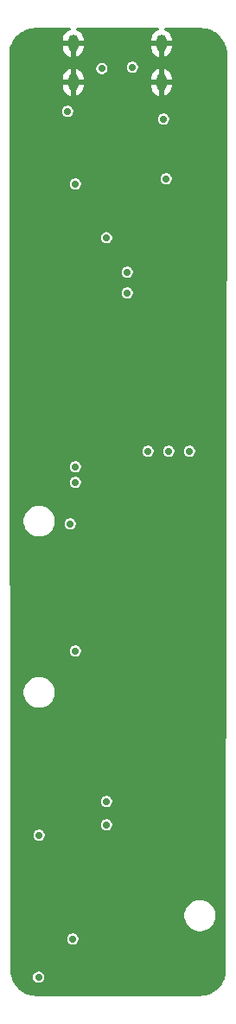
<source format=gbr>
%TF.GenerationSoftware,KiCad,Pcbnew,9.0.3*%
%TF.CreationDate,2025-09-25T22:47:40-04:00*%
%TF.ProjectId,Photon,50686f74-6f6e-42e6-9b69-6361645f7063,1.3*%
%TF.SameCoordinates,Original*%
%TF.FileFunction,Copper,L2,Inr*%
%TF.FilePolarity,Positive*%
%FSLAX46Y46*%
G04 Gerber Fmt 4.6, Leading zero omitted, Abs format (unit mm)*
G04 Created by KiCad (PCBNEW 9.0.3) date 2025-09-25 22:47:40*
%MOMM*%
%LPD*%
G01*
G04 APERTURE LIST*
%TA.AperFunction,HeatsinkPad*%
%ADD10O,1.000000X1.700000*%
%TD*%
%TA.AperFunction,ViaPad*%
%ADD11C,0.700000*%
%TD*%
G04 APERTURE END LIST*
D10*
%TO.N,GND*%
%TO.C,J1*%
X57198800Y-25860000D03*
X57198800Y-22060000D03*
X48558800Y-25860000D03*
X48558800Y-22060000D03*
%TD*%
D11*
%TO.N,GND*%
X46736000Y-81534000D03*
X55626000Y-24526000D03*
X52324000Y-67056000D03*
X61976000Y-56642000D03*
X43434000Y-23114000D03*
X59182000Y-29464000D03*
X56896000Y-74676000D03*
X57658000Y-32004000D03*
X50128800Y-24526000D03*
X43434000Y-24892000D03*
X54864000Y-70104000D03*
X59436000Y-87376000D03*
X52578000Y-64770000D03*
X55372000Y-42863000D03*
X60960000Y-81026000D03*
X57057000Y-112268000D03*
X44196000Y-55880000D03*
X50292000Y-81534000D03*
X46228000Y-55880000D03*
X59944000Y-103886000D03*
X59182000Y-32004000D03*
X43942000Y-64770000D03*
X45466000Y-28956000D03*
%TO.N,PACK+*%
X48006000Y-28702000D03*
X45212000Y-99568000D03*
X57658000Y-35306000D03*
X48768000Y-63500000D03*
%TO.N,+3V3*%
X55880000Y-61976000D03*
X48768000Y-65024000D03*
X57912000Y-61976000D03*
X53848000Y-46482000D03*
X59944000Y-61976000D03*
X48260000Y-69088000D03*
X45149000Y-113475000D03*
X51816000Y-96266000D03*
X51816000Y-98552000D03*
X53848000Y-44450000D03*
X48768000Y-81534000D03*
%TO.N,5V*%
X48768000Y-35814000D03*
X51358800Y-24526000D03*
X54356000Y-24384000D03*
X57404000Y-29464000D03*
X51816000Y-41085000D03*
%TO.N,/Bat_Neg*%
X48514000Y-109728000D03*
%TD*%
%TA.AperFunction,Conductor*%
%TO.N,GND*%
G36*
X48266809Y-20585408D02*
G01*
X48302773Y-20634908D01*
X48302773Y-20696094D01*
X48266809Y-20745594D01*
X48246503Y-20756965D01*
X48085126Y-20823808D01*
X48085114Y-20823814D01*
X47921337Y-20933249D01*
X47921333Y-20933252D01*
X47782052Y-21072533D01*
X47782049Y-21072537D01*
X47672614Y-21236314D01*
X47672608Y-21236326D01*
X47597229Y-21418309D01*
X47597229Y-21418311D01*
X47558800Y-21611506D01*
X47558800Y-21809999D01*
X47558801Y-21810000D01*
X48308800Y-21810000D01*
X48308800Y-22310001D01*
X48308799Y-22310000D01*
X47558801Y-22310000D01*
X47558800Y-22310001D01*
X47558800Y-22508493D01*
X47597229Y-22701688D01*
X47597229Y-22701690D01*
X47672608Y-22883673D01*
X47672614Y-22883685D01*
X47782049Y-23047462D01*
X47782052Y-23047466D01*
X47921333Y-23186747D01*
X47921337Y-23186750D01*
X48085114Y-23296185D01*
X48085126Y-23296191D01*
X48267104Y-23371568D01*
X48267115Y-23371571D01*
X48308800Y-23379862D01*
X48308800Y-22459728D01*
X48346860Y-22551614D01*
X48417186Y-22621940D01*
X48509072Y-22660000D01*
X48608528Y-22660000D01*
X48700414Y-22621940D01*
X48770740Y-22551614D01*
X48808800Y-22459728D01*
X48808800Y-23379861D01*
X48850484Y-23371571D01*
X48850495Y-23371568D01*
X49032473Y-23296191D01*
X49032485Y-23296185D01*
X49196262Y-23186750D01*
X49196266Y-23186747D01*
X49335547Y-23047466D01*
X49335550Y-23047462D01*
X49444985Y-22883685D01*
X49444991Y-22883673D01*
X49520370Y-22701690D01*
X49520370Y-22701688D01*
X49558799Y-22508493D01*
X49558800Y-22508490D01*
X49558800Y-22310001D01*
X49558799Y-22310000D01*
X48808801Y-22310000D01*
X48808800Y-22310001D01*
X48808800Y-21810000D01*
X49558799Y-21810000D01*
X49558800Y-21809999D01*
X49558800Y-21611509D01*
X49558799Y-21611506D01*
X49520370Y-21418311D01*
X49520370Y-21418309D01*
X49444991Y-21236326D01*
X49444985Y-21236314D01*
X49335550Y-21072537D01*
X49335547Y-21072533D01*
X49196266Y-20933252D01*
X49196262Y-20933249D01*
X49032485Y-20823814D01*
X49032473Y-20823808D01*
X48871097Y-20756965D01*
X48824571Y-20717229D01*
X48810287Y-20657734D01*
X48833702Y-20601206D01*
X48885871Y-20569236D01*
X48908982Y-20566501D01*
X56848618Y-20566501D01*
X56906809Y-20585408D01*
X56942773Y-20634908D01*
X56942773Y-20696094D01*
X56906809Y-20745594D01*
X56886503Y-20756965D01*
X56725126Y-20823808D01*
X56725114Y-20823814D01*
X56561337Y-20933249D01*
X56561333Y-20933252D01*
X56422052Y-21072533D01*
X56422049Y-21072537D01*
X56312614Y-21236314D01*
X56312608Y-21236326D01*
X56237229Y-21418309D01*
X56237229Y-21418311D01*
X56198800Y-21611506D01*
X56198800Y-21809999D01*
X56198801Y-21810000D01*
X56948800Y-21810000D01*
X56948800Y-22310001D01*
X56948799Y-22310000D01*
X56198801Y-22310000D01*
X56198800Y-22310001D01*
X56198800Y-22508493D01*
X56237229Y-22701688D01*
X56237229Y-22701690D01*
X56312608Y-22883673D01*
X56312614Y-22883685D01*
X56422049Y-23047462D01*
X56422052Y-23047466D01*
X56561333Y-23186747D01*
X56561337Y-23186750D01*
X56725114Y-23296185D01*
X56725126Y-23296191D01*
X56907104Y-23371568D01*
X56907115Y-23371571D01*
X56948800Y-23379862D01*
X56948800Y-22459728D01*
X56986860Y-22551614D01*
X57057186Y-22621940D01*
X57149072Y-22660000D01*
X57248528Y-22660000D01*
X57340414Y-22621940D01*
X57410740Y-22551614D01*
X57448800Y-22459728D01*
X57448800Y-23379861D01*
X57490484Y-23371571D01*
X57490495Y-23371568D01*
X57672473Y-23296191D01*
X57672485Y-23296185D01*
X57836262Y-23186750D01*
X57836266Y-23186747D01*
X57975547Y-23047466D01*
X57975550Y-23047462D01*
X58084985Y-22883685D01*
X58084991Y-22883673D01*
X58160370Y-22701690D01*
X58160370Y-22701688D01*
X58198799Y-22508493D01*
X58198800Y-22508490D01*
X58198800Y-22310001D01*
X58198799Y-22310000D01*
X57448801Y-22310000D01*
X57448800Y-22310001D01*
X57448800Y-21810000D01*
X58198799Y-21810000D01*
X58198800Y-21809999D01*
X58198800Y-21611509D01*
X58198799Y-21611506D01*
X58160370Y-21418311D01*
X58160370Y-21418309D01*
X58084991Y-21236326D01*
X58084985Y-21236314D01*
X57975550Y-21072537D01*
X57975547Y-21072533D01*
X57836266Y-20933252D01*
X57836262Y-20933249D01*
X57672485Y-20823814D01*
X57672473Y-20823808D01*
X57511097Y-20756965D01*
X57464571Y-20717229D01*
X57450287Y-20657734D01*
X57473702Y-20601206D01*
X57525871Y-20569236D01*
X57548982Y-20566501D01*
X61087975Y-20566501D01*
X61093527Y-20566657D01*
X61370408Y-20582210D01*
X61381439Y-20583453D01*
X61652120Y-20629446D01*
X61662928Y-20631912D01*
X61926786Y-20707932D01*
X61937235Y-20711588D01*
X62190905Y-20816665D01*
X62200899Y-20821478D01*
X62441146Y-20954260D01*
X62441206Y-20954293D01*
X62450603Y-20960198D01*
X62674524Y-21119081D01*
X62683195Y-21125996D01*
X62887928Y-21308959D01*
X62895762Y-21316793D01*
X62986481Y-21418309D01*
X63078719Y-21521525D01*
X63085641Y-21530205D01*
X63244520Y-21754126D01*
X63250426Y-21763526D01*
X63383233Y-22003824D01*
X63388050Y-22013827D01*
X63493115Y-22267480D01*
X63496782Y-22277958D01*
X63549149Y-22459728D01*
X63563197Y-22508490D01*
X63572792Y-22541793D01*
X63575262Y-22552617D01*
X63621250Y-22823291D01*
X63622493Y-22834323D01*
X63638039Y-23111148D01*
X63638195Y-23116843D01*
X63507604Y-112703004D01*
X63507604Y-112703006D01*
X63507594Y-112709754D01*
X63507500Y-112710108D01*
X63507500Y-112773355D01*
X63507495Y-112773368D01*
X63507344Y-112778760D01*
X63491793Y-113055679D01*
X63490550Y-113066711D01*
X63444561Y-113337386D01*
X63442091Y-113348210D01*
X63366081Y-113612045D01*
X63362414Y-113622524D01*
X63257344Y-113876184D01*
X63252527Y-113886186D01*
X63119719Y-114126485D01*
X63113812Y-114135886D01*
X62954933Y-114359804D01*
X62948012Y-114368483D01*
X62765060Y-114573209D01*
X62757209Y-114581060D01*
X62552483Y-114764012D01*
X62543804Y-114770933D01*
X62319886Y-114929812D01*
X62310485Y-114935719D01*
X62070186Y-115068527D01*
X62060184Y-115073344D01*
X61806524Y-115178414D01*
X61796045Y-115182081D01*
X61532210Y-115258091D01*
X61521386Y-115260561D01*
X61250711Y-115306550D01*
X61239679Y-115307793D01*
X60962778Y-115323344D01*
X60957227Y-115323500D01*
X44960773Y-115323500D01*
X44955222Y-115323344D01*
X44678320Y-115307793D01*
X44667288Y-115306550D01*
X44396613Y-115260561D01*
X44385789Y-115258091D01*
X44121954Y-115182081D01*
X44111475Y-115178414D01*
X43857815Y-115073344D01*
X43847813Y-115068527D01*
X43607514Y-114935719D01*
X43598113Y-114929812D01*
X43374195Y-114770933D01*
X43365516Y-114764012D01*
X43270270Y-114678896D01*
X43160782Y-114581052D01*
X43152947Y-114573217D01*
X43042381Y-114449493D01*
X42969987Y-114368483D01*
X42963066Y-114359804D01*
X42804187Y-114135886D01*
X42798280Y-114126485D01*
X42665472Y-113886186D01*
X42660655Y-113876184D01*
X42555585Y-113622524D01*
X42551918Y-113612045D01*
X42491556Y-113402525D01*
X44598500Y-113402525D01*
X44598500Y-113547474D01*
X44636017Y-113687489D01*
X44708487Y-113813010D01*
X44708489Y-113813012D01*
X44708491Y-113813015D01*
X44810985Y-113915509D01*
X44810987Y-113915510D01*
X44810989Y-113915512D01*
X44936511Y-113987982D01*
X44936512Y-113987982D01*
X44936515Y-113987984D01*
X45076525Y-114025500D01*
X45076526Y-114025500D01*
X45221474Y-114025500D01*
X45221475Y-114025500D01*
X45361485Y-113987984D01*
X45361487Y-113987982D01*
X45361489Y-113987982D01*
X45487010Y-113915512D01*
X45487010Y-113915511D01*
X45487015Y-113915509D01*
X45589509Y-113813015D01*
X45661984Y-113687485D01*
X45699500Y-113547475D01*
X45699500Y-113402525D01*
X45661984Y-113262515D01*
X45661982Y-113262512D01*
X45661982Y-113262510D01*
X45589512Y-113136989D01*
X45589510Y-113136987D01*
X45589509Y-113136985D01*
X45487015Y-113034491D01*
X45487012Y-113034489D01*
X45487010Y-113034487D01*
X45361488Y-112962017D01*
X45361489Y-112962017D01*
X45331896Y-112954087D01*
X45221475Y-112924500D01*
X45076525Y-112924500D01*
X45014790Y-112941041D01*
X44936510Y-112962017D01*
X44810989Y-113034487D01*
X44708487Y-113136989D01*
X44636017Y-113262510D01*
X44598500Y-113402525D01*
X42491556Y-113402525D01*
X42475905Y-113348199D01*
X42473441Y-113337401D01*
X42427448Y-113066706D01*
X42426206Y-113055679D01*
X42410656Y-112778778D01*
X42410500Y-112773376D01*
X42410500Y-112773355D01*
X42410500Y-112710108D01*
X42410404Y-112709751D01*
X42405951Y-109655525D01*
X47963500Y-109655525D01*
X47963500Y-109800474D01*
X48001017Y-109940489D01*
X48073487Y-110066010D01*
X48073489Y-110066012D01*
X48073491Y-110066015D01*
X48175985Y-110168509D01*
X48175987Y-110168510D01*
X48175989Y-110168512D01*
X48301511Y-110240982D01*
X48301512Y-110240982D01*
X48301515Y-110240984D01*
X48441525Y-110278500D01*
X48441526Y-110278500D01*
X48586474Y-110278500D01*
X48586475Y-110278500D01*
X48726485Y-110240984D01*
X48726487Y-110240982D01*
X48726489Y-110240982D01*
X48852010Y-110168512D01*
X48852010Y-110168511D01*
X48852015Y-110168509D01*
X48954509Y-110066015D01*
X49026984Y-109940485D01*
X49064500Y-109800475D01*
X49064500Y-109655525D01*
X49026984Y-109515515D01*
X49026982Y-109515512D01*
X49026982Y-109515510D01*
X48954512Y-109389989D01*
X48954510Y-109389987D01*
X48954509Y-109389985D01*
X48852015Y-109287491D01*
X48852012Y-109287489D01*
X48852010Y-109287487D01*
X48726488Y-109215017D01*
X48726489Y-109215017D01*
X48696896Y-109207087D01*
X48586475Y-109177500D01*
X48441525Y-109177500D01*
X48379790Y-109194041D01*
X48301510Y-109215017D01*
X48175989Y-109287487D01*
X48073487Y-109389989D01*
X48001017Y-109515510D01*
X47963500Y-109655525D01*
X42405951Y-109655525D01*
X42402549Y-107322212D01*
X59437995Y-107322212D01*
X59437995Y-107561787D01*
X59475470Y-107798399D01*
X59475472Y-107798404D01*
X59549503Y-108026247D01*
X59658265Y-108239704D01*
X59799080Y-108433519D01*
X59968481Y-108602920D01*
X60162296Y-108743735D01*
X60375753Y-108852497D01*
X60603596Y-108926528D01*
X60603597Y-108926528D01*
X60603600Y-108926529D01*
X60840213Y-108964005D01*
X60840216Y-108964005D01*
X61079787Y-108964005D01*
X61316399Y-108926529D01*
X61316400Y-108926528D01*
X61316404Y-108926528D01*
X61544247Y-108852497D01*
X61757704Y-108743735D01*
X61951519Y-108602920D01*
X62120920Y-108433519D01*
X62261735Y-108239704D01*
X62370497Y-108026247D01*
X62444528Y-107798404D01*
X62444529Y-107798399D01*
X62482005Y-107561787D01*
X62482005Y-107322212D01*
X62444529Y-107085600D01*
X62426028Y-107028659D01*
X62370497Y-106857753D01*
X62261735Y-106644296D01*
X62120920Y-106450481D01*
X61951519Y-106281080D01*
X61757704Y-106140265D01*
X61757703Y-106140264D01*
X61757701Y-106140263D01*
X61544247Y-106031503D01*
X61316399Y-105957470D01*
X61079787Y-105919995D01*
X61079784Y-105919995D01*
X60840216Y-105919995D01*
X60840213Y-105919995D01*
X60603600Y-105957470D01*
X60375752Y-106031503D01*
X60162298Y-106140263D01*
X59968482Y-106281079D01*
X59799079Y-106450482D01*
X59658263Y-106644298D01*
X59549503Y-106857752D01*
X59475470Y-107085600D01*
X59437995Y-107322212D01*
X42402549Y-107322212D01*
X42391136Y-99495525D01*
X44661500Y-99495525D01*
X44661500Y-99640474D01*
X44699017Y-99780489D01*
X44771487Y-99906010D01*
X44771489Y-99906012D01*
X44771491Y-99906015D01*
X44873985Y-100008509D01*
X44873987Y-100008510D01*
X44873989Y-100008512D01*
X44999511Y-100080982D01*
X44999512Y-100080982D01*
X44999515Y-100080984D01*
X45139525Y-100118500D01*
X45139526Y-100118500D01*
X45284474Y-100118500D01*
X45284475Y-100118500D01*
X45424485Y-100080984D01*
X45424487Y-100080982D01*
X45424489Y-100080982D01*
X45550010Y-100008512D01*
X45550010Y-100008511D01*
X45550015Y-100008509D01*
X45652509Y-99906015D01*
X45724984Y-99780485D01*
X45762500Y-99640475D01*
X45762500Y-99495525D01*
X45724984Y-99355515D01*
X45724982Y-99355512D01*
X45724982Y-99355510D01*
X45652512Y-99229989D01*
X45652510Y-99229987D01*
X45652509Y-99229985D01*
X45550015Y-99127491D01*
X45550012Y-99127489D01*
X45550010Y-99127487D01*
X45424488Y-99055017D01*
X45424489Y-99055017D01*
X45394896Y-99047087D01*
X45284475Y-99017500D01*
X45139525Y-99017500D01*
X45077790Y-99034041D01*
X44999510Y-99055017D01*
X44873989Y-99127487D01*
X44771487Y-99229989D01*
X44699017Y-99355510D01*
X44661500Y-99495525D01*
X42391136Y-99495525D01*
X42389654Y-98479525D01*
X51265500Y-98479525D01*
X51265500Y-98624474D01*
X51303017Y-98764489D01*
X51375487Y-98890010D01*
X51375489Y-98890012D01*
X51375491Y-98890015D01*
X51477985Y-98992509D01*
X51477987Y-98992510D01*
X51477989Y-98992512D01*
X51603511Y-99064982D01*
X51603512Y-99064982D01*
X51603515Y-99064984D01*
X51743525Y-99102500D01*
X51743526Y-99102500D01*
X51888474Y-99102500D01*
X51888475Y-99102500D01*
X52028485Y-99064984D01*
X52028487Y-99064982D01*
X52028489Y-99064982D01*
X52154010Y-98992512D01*
X52154010Y-98992511D01*
X52154015Y-98992509D01*
X52256509Y-98890015D01*
X52328984Y-98764485D01*
X52366500Y-98624475D01*
X52366500Y-98479525D01*
X52328984Y-98339515D01*
X52328982Y-98339512D01*
X52328982Y-98339510D01*
X52256512Y-98213989D01*
X52256510Y-98213987D01*
X52256509Y-98213985D01*
X52154015Y-98111491D01*
X52154012Y-98111489D01*
X52154010Y-98111487D01*
X52028488Y-98039017D01*
X52028489Y-98039017D01*
X51998896Y-98031087D01*
X51888475Y-98001500D01*
X51743525Y-98001500D01*
X51681790Y-98018041D01*
X51603510Y-98039017D01*
X51477989Y-98111487D01*
X51375487Y-98213989D01*
X51303017Y-98339510D01*
X51265500Y-98479525D01*
X42389654Y-98479525D01*
X42386321Y-96193525D01*
X51265500Y-96193525D01*
X51265500Y-96338474D01*
X51303017Y-96478489D01*
X51375487Y-96604010D01*
X51375489Y-96604012D01*
X51375491Y-96604015D01*
X51477985Y-96706509D01*
X51477987Y-96706510D01*
X51477989Y-96706512D01*
X51603511Y-96778982D01*
X51603512Y-96778982D01*
X51603515Y-96778984D01*
X51743525Y-96816500D01*
X51743526Y-96816500D01*
X51888474Y-96816500D01*
X51888475Y-96816500D01*
X52028485Y-96778984D01*
X52028487Y-96778982D01*
X52028489Y-96778982D01*
X52154010Y-96706512D01*
X52154010Y-96706511D01*
X52154015Y-96706509D01*
X52256509Y-96604015D01*
X52328984Y-96478485D01*
X52366500Y-96338475D01*
X52366500Y-96193525D01*
X52328984Y-96053515D01*
X52328982Y-96053512D01*
X52328982Y-96053510D01*
X52256512Y-95927989D01*
X52256510Y-95927987D01*
X52256509Y-95927985D01*
X52154015Y-95825491D01*
X52154012Y-95825489D01*
X52154010Y-95825487D01*
X52028488Y-95753017D01*
X52028489Y-95753017D01*
X51998896Y-95745087D01*
X51888475Y-95715500D01*
X51743525Y-95715500D01*
X51681790Y-95732041D01*
X51603510Y-95753017D01*
X51477989Y-95825487D01*
X51375487Y-95927989D01*
X51303017Y-96053510D01*
X51265500Y-96193525D01*
X42386321Y-96193525D01*
X42370697Y-85478645D01*
X43695500Y-85478645D01*
X43695500Y-85717354D01*
X43732840Y-85953110D01*
X43732842Y-85953115D01*
X43806605Y-86180134D01*
X43914973Y-86392819D01*
X44055279Y-86585933D01*
X44224067Y-86754721D01*
X44417181Y-86895027D01*
X44629866Y-87003395D01*
X44856885Y-87077158D01*
X44856886Y-87077158D01*
X44856889Y-87077159D01*
X45092646Y-87114500D01*
X45092649Y-87114500D01*
X45331354Y-87114500D01*
X45567110Y-87077159D01*
X45567111Y-87077158D01*
X45567115Y-87077158D01*
X45794134Y-87003395D01*
X46006819Y-86895027D01*
X46199933Y-86754721D01*
X46368721Y-86585933D01*
X46509027Y-86392819D01*
X46617395Y-86180134D01*
X46691158Y-85953115D01*
X46697699Y-85911817D01*
X46728500Y-85717354D01*
X46728500Y-85478645D01*
X46691159Y-85242889D01*
X46673658Y-85189026D01*
X46617395Y-85015866D01*
X46509027Y-84803181D01*
X46368721Y-84610067D01*
X46199933Y-84441279D01*
X46006819Y-84300973D01*
X46006818Y-84300972D01*
X46006816Y-84300971D01*
X45794134Y-84192605D01*
X45567110Y-84118840D01*
X45331354Y-84081500D01*
X45331351Y-84081500D01*
X45092649Y-84081500D01*
X45092646Y-84081500D01*
X44856889Y-84118840D01*
X44629865Y-84192605D01*
X44417183Y-84300971D01*
X44224068Y-84441278D01*
X44055278Y-84610068D01*
X43914971Y-84803183D01*
X43806605Y-85015865D01*
X43732840Y-85242889D01*
X43695500Y-85478645D01*
X42370697Y-85478645D01*
X42364839Y-81461525D01*
X48217500Y-81461525D01*
X48217500Y-81606474D01*
X48255017Y-81746489D01*
X48327487Y-81872010D01*
X48327489Y-81872012D01*
X48327491Y-81872015D01*
X48429985Y-81974509D01*
X48429987Y-81974510D01*
X48429989Y-81974512D01*
X48555511Y-82046982D01*
X48555512Y-82046982D01*
X48555515Y-82046984D01*
X48695525Y-82084500D01*
X48695526Y-82084500D01*
X48840474Y-82084500D01*
X48840475Y-82084500D01*
X48980485Y-82046984D01*
X48980487Y-82046982D01*
X48980489Y-82046982D01*
X49106010Y-81974512D01*
X49106010Y-81974511D01*
X49106015Y-81974509D01*
X49208509Y-81872015D01*
X49280984Y-81746485D01*
X49318500Y-81606475D01*
X49318500Y-81461525D01*
X49280984Y-81321515D01*
X49280982Y-81321512D01*
X49280982Y-81321510D01*
X49208512Y-81195989D01*
X49208510Y-81195987D01*
X49208509Y-81195985D01*
X49106015Y-81093491D01*
X49106012Y-81093489D01*
X49106010Y-81093487D01*
X48980488Y-81021017D01*
X48980489Y-81021017D01*
X48950896Y-81013087D01*
X48840475Y-80983500D01*
X48695525Y-80983500D01*
X48633790Y-81000041D01*
X48555510Y-81021017D01*
X48429989Y-81093487D01*
X48327487Y-81195989D01*
X48255017Y-81321510D01*
X48217500Y-81461525D01*
X42364839Y-81461525D01*
X42346252Y-68714645D01*
X43695500Y-68714645D01*
X43695500Y-68953354D01*
X43732840Y-69189110D01*
X43806605Y-69416134D01*
X43863862Y-69528509D01*
X43914973Y-69628819D01*
X44055279Y-69821933D01*
X44224067Y-69990721D01*
X44417181Y-70131027D01*
X44629866Y-70239395D01*
X44856885Y-70313158D01*
X44856886Y-70313158D01*
X44856889Y-70313159D01*
X45092646Y-70350500D01*
X45092649Y-70350500D01*
X45331354Y-70350500D01*
X45567110Y-70313159D01*
X45567111Y-70313158D01*
X45567115Y-70313158D01*
X45794134Y-70239395D01*
X46006819Y-70131027D01*
X46199933Y-69990721D01*
X46368721Y-69821933D01*
X46509027Y-69628819D01*
X46617395Y-69416134D01*
X46691158Y-69189115D01*
X46691159Y-69189110D01*
X46718653Y-69015525D01*
X47709500Y-69015525D01*
X47709500Y-69160474D01*
X47747017Y-69300489D01*
X47819487Y-69426010D01*
X47819489Y-69426012D01*
X47819491Y-69426015D01*
X47921985Y-69528509D01*
X47921987Y-69528510D01*
X47921989Y-69528512D01*
X48047511Y-69600982D01*
X48047512Y-69600982D01*
X48047515Y-69600984D01*
X48187525Y-69638500D01*
X48187526Y-69638500D01*
X48332474Y-69638500D01*
X48332475Y-69638500D01*
X48472485Y-69600984D01*
X48472487Y-69600982D01*
X48472489Y-69600982D01*
X48598010Y-69528512D01*
X48598010Y-69528511D01*
X48598015Y-69528509D01*
X48700509Y-69426015D01*
X48747231Y-69345090D01*
X48772982Y-69300489D01*
X48772982Y-69300487D01*
X48772984Y-69300485D01*
X48810500Y-69160475D01*
X48810500Y-69015525D01*
X48772984Y-68875515D01*
X48772982Y-68875512D01*
X48772982Y-68875510D01*
X48700512Y-68749989D01*
X48700510Y-68749987D01*
X48700509Y-68749985D01*
X48598015Y-68647491D01*
X48598012Y-68647489D01*
X48598010Y-68647487D01*
X48472488Y-68575017D01*
X48472489Y-68575017D01*
X48442896Y-68567087D01*
X48332475Y-68537500D01*
X48187525Y-68537500D01*
X48125790Y-68554041D01*
X48047510Y-68575017D01*
X47921989Y-68647487D01*
X47819487Y-68749989D01*
X47747017Y-68875510D01*
X47709500Y-69015525D01*
X46718653Y-69015525D01*
X46722134Y-68993549D01*
X46722134Y-68993548D01*
X46728500Y-68953355D01*
X46728500Y-68714645D01*
X46691159Y-68478889D01*
X46673658Y-68425026D01*
X46617395Y-68251866D01*
X46509027Y-68039181D01*
X46368721Y-67846067D01*
X46199933Y-67677279D01*
X46006819Y-67536973D01*
X46006818Y-67536972D01*
X46006816Y-67536971D01*
X45794134Y-67428605D01*
X45567110Y-67354840D01*
X45331354Y-67317500D01*
X45331351Y-67317500D01*
X45092649Y-67317500D01*
X45092646Y-67317500D01*
X44856889Y-67354840D01*
X44629865Y-67428605D01*
X44417183Y-67536971D01*
X44224068Y-67677278D01*
X44055278Y-67846068D01*
X43914971Y-68039183D01*
X43806605Y-68251865D01*
X43732840Y-68478889D01*
X43695500Y-68714645D01*
X42346252Y-68714645D01*
X42340765Y-64951525D01*
X48217500Y-64951525D01*
X48217500Y-65096474D01*
X48255017Y-65236489D01*
X48327487Y-65362010D01*
X48327489Y-65362012D01*
X48327491Y-65362015D01*
X48429985Y-65464509D01*
X48429987Y-65464510D01*
X48429989Y-65464512D01*
X48555511Y-65536982D01*
X48555512Y-65536982D01*
X48555515Y-65536984D01*
X48695525Y-65574500D01*
X48695526Y-65574500D01*
X48840474Y-65574500D01*
X48840475Y-65574500D01*
X48980485Y-65536984D01*
X48980487Y-65536982D01*
X48980489Y-65536982D01*
X49106010Y-65464512D01*
X49106010Y-65464511D01*
X49106015Y-65464509D01*
X49208509Y-65362015D01*
X49280984Y-65236485D01*
X49318500Y-65096475D01*
X49318500Y-64951525D01*
X49280984Y-64811515D01*
X49280982Y-64811512D01*
X49280982Y-64811510D01*
X49208512Y-64685989D01*
X49208510Y-64685987D01*
X49208509Y-64685985D01*
X49106015Y-64583491D01*
X49106012Y-64583489D01*
X49106010Y-64583487D01*
X48980488Y-64511017D01*
X48980489Y-64511017D01*
X48950896Y-64503087D01*
X48840475Y-64473500D01*
X48695525Y-64473500D01*
X48633790Y-64490041D01*
X48555510Y-64511017D01*
X48429989Y-64583487D01*
X48327487Y-64685989D01*
X48255017Y-64811510D01*
X48217500Y-64951525D01*
X42340765Y-64951525D01*
X42338543Y-63427525D01*
X48217500Y-63427525D01*
X48217500Y-63572474D01*
X48255017Y-63712489D01*
X48327487Y-63838010D01*
X48327489Y-63838012D01*
X48327491Y-63838015D01*
X48429985Y-63940509D01*
X48429987Y-63940510D01*
X48429989Y-63940512D01*
X48555511Y-64012982D01*
X48555512Y-64012982D01*
X48555515Y-64012984D01*
X48695525Y-64050500D01*
X48695526Y-64050500D01*
X48840474Y-64050500D01*
X48840475Y-64050500D01*
X48980485Y-64012984D01*
X48980487Y-64012982D01*
X48980489Y-64012982D01*
X49106010Y-63940512D01*
X49106010Y-63940511D01*
X49106015Y-63940509D01*
X49208509Y-63838015D01*
X49280984Y-63712485D01*
X49318500Y-63572475D01*
X49318500Y-63427525D01*
X49280984Y-63287515D01*
X49280982Y-63287512D01*
X49280982Y-63287510D01*
X49208512Y-63161989D01*
X49208510Y-63161987D01*
X49208509Y-63161985D01*
X49106015Y-63059491D01*
X49106012Y-63059489D01*
X49106010Y-63059487D01*
X48980488Y-62987017D01*
X48980489Y-62987017D01*
X48950896Y-62979087D01*
X48840475Y-62949500D01*
X48695525Y-62949500D01*
X48633790Y-62966041D01*
X48555510Y-62987017D01*
X48429989Y-63059487D01*
X48327487Y-63161989D01*
X48255017Y-63287510D01*
X48217500Y-63427525D01*
X42338543Y-63427525D01*
X42336321Y-61903525D01*
X55329500Y-61903525D01*
X55329500Y-62048474D01*
X55367017Y-62188489D01*
X55439487Y-62314010D01*
X55439489Y-62314012D01*
X55439491Y-62314015D01*
X55541985Y-62416509D01*
X55541987Y-62416510D01*
X55541989Y-62416512D01*
X55667511Y-62488982D01*
X55667512Y-62488982D01*
X55667515Y-62488984D01*
X55807525Y-62526500D01*
X55807526Y-62526500D01*
X55952474Y-62526500D01*
X55952475Y-62526500D01*
X56092485Y-62488984D01*
X56092487Y-62488982D01*
X56092489Y-62488982D01*
X56218010Y-62416512D01*
X56218010Y-62416511D01*
X56218015Y-62416509D01*
X56320509Y-62314015D01*
X56392984Y-62188485D01*
X56430500Y-62048475D01*
X56430500Y-61903525D01*
X57361500Y-61903525D01*
X57361500Y-62048474D01*
X57399017Y-62188489D01*
X57471487Y-62314010D01*
X57471489Y-62314012D01*
X57471491Y-62314015D01*
X57573985Y-62416509D01*
X57573987Y-62416510D01*
X57573989Y-62416512D01*
X57699511Y-62488982D01*
X57699512Y-62488982D01*
X57699515Y-62488984D01*
X57839525Y-62526500D01*
X57839526Y-62526500D01*
X57984474Y-62526500D01*
X57984475Y-62526500D01*
X58124485Y-62488984D01*
X58124487Y-62488982D01*
X58124489Y-62488982D01*
X58250010Y-62416512D01*
X58250010Y-62416511D01*
X58250015Y-62416509D01*
X58352509Y-62314015D01*
X58424984Y-62188485D01*
X58462500Y-62048475D01*
X58462500Y-61903525D01*
X59393500Y-61903525D01*
X59393500Y-62048474D01*
X59431017Y-62188489D01*
X59503487Y-62314010D01*
X59503489Y-62314012D01*
X59503491Y-62314015D01*
X59605985Y-62416509D01*
X59605987Y-62416510D01*
X59605989Y-62416512D01*
X59731511Y-62488982D01*
X59731512Y-62488982D01*
X59731515Y-62488984D01*
X59871525Y-62526500D01*
X59871526Y-62526500D01*
X60016474Y-62526500D01*
X60016475Y-62526500D01*
X60156485Y-62488984D01*
X60156487Y-62488982D01*
X60156489Y-62488982D01*
X60282010Y-62416512D01*
X60282010Y-62416511D01*
X60282015Y-62416509D01*
X60384509Y-62314015D01*
X60456984Y-62188485D01*
X60494500Y-62048475D01*
X60494500Y-61903525D01*
X60456984Y-61763515D01*
X60456982Y-61763512D01*
X60456982Y-61763510D01*
X60384512Y-61637989D01*
X60384510Y-61637987D01*
X60384509Y-61637985D01*
X60282015Y-61535491D01*
X60282012Y-61535489D01*
X60282010Y-61535487D01*
X60156488Y-61463017D01*
X60156489Y-61463017D01*
X60126896Y-61455087D01*
X60016475Y-61425500D01*
X59871525Y-61425500D01*
X59809790Y-61442041D01*
X59731510Y-61463017D01*
X59605989Y-61535487D01*
X59503487Y-61637989D01*
X59431017Y-61763510D01*
X59393500Y-61903525D01*
X58462500Y-61903525D01*
X58424984Y-61763515D01*
X58424982Y-61763512D01*
X58424982Y-61763510D01*
X58352512Y-61637989D01*
X58352510Y-61637987D01*
X58352509Y-61637985D01*
X58250015Y-61535491D01*
X58250012Y-61535489D01*
X58250010Y-61535487D01*
X58124488Y-61463017D01*
X58124489Y-61463017D01*
X58094896Y-61455087D01*
X57984475Y-61425500D01*
X57839525Y-61425500D01*
X57777790Y-61442041D01*
X57699510Y-61463017D01*
X57573989Y-61535487D01*
X57471487Y-61637989D01*
X57399017Y-61763510D01*
X57361500Y-61903525D01*
X56430500Y-61903525D01*
X56392984Y-61763515D01*
X56392982Y-61763512D01*
X56392982Y-61763510D01*
X56320512Y-61637989D01*
X56320510Y-61637987D01*
X56320509Y-61637985D01*
X56218015Y-61535491D01*
X56218012Y-61535489D01*
X56218010Y-61535487D01*
X56092488Y-61463017D01*
X56092489Y-61463017D01*
X56062896Y-61455087D01*
X55952475Y-61425500D01*
X55807525Y-61425500D01*
X55745790Y-61442041D01*
X55667510Y-61463017D01*
X55541989Y-61535487D01*
X55439487Y-61637989D01*
X55367017Y-61763510D01*
X55329500Y-61903525D01*
X42336321Y-61903525D01*
X42322327Y-52306546D01*
X42313729Y-46409525D01*
X53297500Y-46409525D01*
X53297500Y-46554474D01*
X53335017Y-46694489D01*
X53407487Y-46820010D01*
X53407489Y-46820012D01*
X53407491Y-46820015D01*
X53509985Y-46922509D01*
X53509987Y-46922510D01*
X53509989Y-46922512D01*
X53635511Y-46994982D01*
X53635512Y-46994982D01*
X53635515Y-46994984D01*
X53775525Y-47032500D01*
X53775526Y-47032500D01*
X53920474Y-47032500D01*
X53920475Y-47032500D01*
X54060485Y-46994984D01*
X54060487Y-46994982D01*
X54060489Y-46994982D01*
X54186010Y-46922512D01*
X54186010Y-46922511D01*
X54186015Y-46922509D01*
X54288509Y-46820015D01*
X54360984Y-46694485D01*
X54398500Y-46554475D01*
X54398500Y-46409525D01*
X54360984Y-46269515D01*
X54360982Y-46269512D01*
X54360982Y-46269510D01*
X54288512Y-46143989D01*
X54288510Y-46143987D01*
X54288509Y-46143985D01*
X54186015Y-46041491D01*
X54186012Y-46041489D01*
X54186010Y-46041487D01*
X54060488Y-45969017D01*
X54060489Y-45969017D01*
X54030896Y-45961087D01*
X53920475Y-45931500D01*
X53775525Y-45931500D01*
X53713790Y-45948041D01*
X53635510Y-45969017D01*
X53509989Y-46041487D01*
X53407487Y-46143989D01*
X53335017Y-46269510D01*
X53297500Y-46409525D01*
X42313729Y-46409525D01*
X42313720Y-46403180D01*
X42310766Y-44377525D01*
X53297500Y-44377525D01*
X53297500Y-44522474D01*
X53335017Y-44662489D01*
X53407487Y-44788010D01*
X53407489Y-44788012D01*
X53407491Y-44788015D01*
X53509985Y-44890509D01*
X53509987Y-44890510D01*
X53509989Y-44890512D01*
X53635511Y-44962982D01*
X53635512Y-44962982D01*
X53635515Y-44962984D01*
X53775525Y-45000500D01*
X53775526Y-45000500D01*
X53920474Y-45000500D01*
X53920475Y-45000500D01*
X54060485Y-44962984D01*
X54060487Y-44962982D01*
X54060489Y-44962982D01*
X54186010Y-44890512D01*
X54186010Y-44890511D01*
X54186015Y-44890509D01*
X54288509Y-44788015D01*
X54360984Y-44662485D01*
X54398500Y-44522475D01*
X54398500Y-44377525D01*
X54360984Y-44237515D01*
X54360982Y-44237512D01*
X54360982Y-44237510D01*
X54288512Y-44111989D01*
X54288510Y-44111987D01*
X54288509Y-44111985D01*
X54186015Y-44009491D01*
X54186012Y-44009489D01*
X54186010Y-44009487D01*
X54060488Y-43937017D01*
X54060489Y-43937017D01*
X54030896Y-43929087D01*
X53920475Y-43899500D01*
X53775525Y-43899500D01*
X53713790Y-43916041D01*
X53635510Y-43937017D01*
X53509989Y-44009487D01*
X53407487Y-44111989D01*
X53335017Y-44237510D01*
X53297500Y-44377525D01*
X42310766Y-44377525D01*
X42310757Y-44371180D01*
X42306713Y-41597982D01*
X42305859Y-41012525D01*
X51265500Y-41012525D01*
X51265500Y-41157474D01*
X51303017Y-41297489D01*
X51375487Y-41423010D01*
X51375489Y-41423012D01*
X51375491Y-41423015D01*
X51477985Y-41525509D01*
X51477987Y-41525510D01*
X51477989Y-41525512D01*
X51603511Y-41597982D01*
X51603512Y-41597982D01*
X51603515Y-41597984D01*
X51743525Y-41635500D01*
X51743526Y-41635500D01*
X51888474Y-41635500D01*
X51888475Y-41635500D01*
X52028485Y-41597984D01*
X52028487Y-41597982D01*
X52028489Y-41597982D01*
X52154010Y-41525512D01*
X52154010Y-41525511D01*
X52154015Y-41525509D01*
X52256509Y-41423015D01*
X52328984Y-41297485D01*
X52366500Y-41157475D01*
X52366500Y-41012525D01*
X52328984Y-40872515D01*
X52328982Y-40872512D01*
X52328982Y-40872510D01*
X52256512Y-40746989D01*
X52256510Y-40746987D01*
X52256509Y-40746985D01*
X52154015Y-40644491D01*
X52154012Y-40644489D01*
X52154010Y-40644487D01*
X52028488Y-40572017D01*
X52028489Y-40572017D01*
X51998896Y-40564087D01*
X51888475Y-40534500D01*
X51743525Y-40534500D01*
X51681790Y-40551041D01*
X51603510Y-40572017D01*
X51477989Y-40644487D01*
X51375487Y-40746989D01*
X51303017Y-40872510D01*
X51265500Y-41012525D01*
X42305859Y-41012525D01*
X42298173Y-35741525D01*
X48217500Y-35741525D01*
X48217500Y-35886474D01*
X48255017Y-36026489D01*
X48327487Y-36152010D01*
X48327489Y-36152012D01*
X48327491Y-36152015D01*
X48429985Y-36254509D01*
X48429987Y-36254510D01*
X48429989Y-36254512D01*
X48555511Y-36326982D01*
X48555512Y-36326982D01*
X48555515Y-36326984D01*
X48695525Y-36364500D01*
X48695526Y-36364500D01*
X48840474Y-36364500D01*
X48840475Y-36364500D01*
X48980485Y-36326984D01*
X48980487Y-36326982D01*
X48980489Y-36326982D01*
X49106010Y-36254512D01*
X49106010Y-36254511D01*
X49106015Y-36254509D01*
X49208509Y-36152015D01*
X49280984Y-36026485D01*
X49318500Y-35886475D01*
X49318500Y-35741525D01*
X49280984Y-35601515D01*
X49280982Y-35601512D01*
X49280982Y-35601510D01*
X49208512Y-35475989D01*
X49208510Y-35475987D01*
X49208509Y-35475985D01*
X49106015Y-35373491D01*
X49106012Y-35373489D01*
X49106010Y-35373487D01*
X49000848Y-35312772D01*
X49000847Y-35312772D01*
X48980487Y-35301017D01*
X48980486Y-35301016D01*
X48980485Y-35301016D01*
X48840475Y-35263500D01*
X48695525Y-35263500D01*
X48633790Y-35280041D01*
X48555510Y-35301017D01*
X48429989Y-35373487D01*
X48327487Y-35475989D01*
X48255017Y-35601510D01*
X48217500Y-35741525D01*
X42298173Y-35741525D01*
X42297432Y-35233525D01*
X57107500Y-35233525D01*
X57107500Y-35378474D01*
X57145017Y-35518489D01*
X57217487Y-35644010D01*
X57217489Y-35644012D01*
X57217491Y-35644015D01*
X57319985Y-35746509D01*
X57319987Y-35746510D01*
X57319989Y-35746512D01*
X57445511Y-35818982D01*
X57445512Y-35818982D01*
X57445515Y-35818984D01*
X57585525Y-35856500D01*
X57585526Y-35856500D01*
X57730474Y-35856500D01*
X57730475Y-35856500D01*
X57870485Y-35818984D01*
X57870487Y-35818982D01*
X57870489Y-35818982D01*
X57996010Y-35746512D01*
X57996010Y-35746511D01*
X57996015Y-35746509D01*
X58098509Y-35644015D01*
X58098512Y-35644010D01*
X58170982Y-35518489D01*
X58170982Y-35518487D01*
X58170984Y-35518485D01*
X58208500Y-35378475D01*
X58208500Y-35233525D01*
X58170984Y-35093515D01*
X58170982Y-35093512D01*
X58170982Y-35093510D01*
X58098512Y-34967989D01*
X58098510Y-34967987D01*
X58098509Y-34967985D01*
X57996015Y-34865491D01*
X57996012Y-34865489D01*
X57996010Y-34865487D01*
X57870488Y-34793017D01*
X57870489Y-34793017D01*
X57840896Y-34785087D01*
X57730475Y-34755500D01*
X57585525Y-34755500D01*
X57523790Y-34772041D01*
X57445510Y-34793017D01*
X57319989Y-34865487D01*
X57217487Y-34967989D01*
X57145017Y-35093510D01*
X57107500Y-35233525D01*
X42297432Y-35233525D01*
X42288914Y-29391525D01*
X56853500Y-29391525D01*
X56853500Y-29536474D01*
X56891017Y-29676489D01*
X56963487Y-29802010D01*
X56963489Y-29802012D01*
X56963491Y-29802015D01*
X57065985Y-29904509D01*
X57065987Y-29904510D01*
X57065989Y-29904512D01*
X57191511Y-29976982D01*
X57191512Y-29976982D01*
X57191515Y-29976984D01*
X57331525Y-30014500D01*
X57331526Y-30014500D01*
X57476474Y-30014500D01*
X57476475Y-30014500D01*
X57616485Y-29976984D01*
X57616487Y-29976982D01*
X57616489Y-29976982D01*
X57742010Y-29904512D01*
X57742010Y-29904511D01*
X57742015Y-29904509D01*
X57844509Y-29802015D01*
X57916984Y-29676485D01*
X57954500Y-29536475D01*
X57954500Y-29391525D01*
X57916984Y-29251515D01*
X57916982Y-29251512D01*
X57916982Y-29251510D01*
X57844512Y-29125989D01*
X57844510Y-29125987D01*
X57844509Y-29125985D01*
X57742015Y-29023491D01*
X57742012Y-29023489D01*
X57742010Y-29023487D01*
X57616488Y-28951017D01*
X57616489Y-28951017D01*
X57586896Y-28943087D01*
X57476475Y-28913500D01*
X57331525Y-28913500D01*
X57269790Y-28930041D01*
X57191510Y-28951017D01*
X57065989Y-29023487D01*
X56963487Y-29125989D01*
X56891017Y-29251510D01*
X56853500Y-29391525D01*
X42288914Y-29391525D01*
X42287803Y-28629525D01*
X47455500Y-28629525D01*
X47455500Y-28774474D01*
X47493017Y-28914489D01*
X47565487Y-29040010D01*
X47565489Y-29040012D01*
X47565491Y-29040015D01*
X47667985Y-29142509D01*
X47667987Y-29142510D01*
X47667989Y-29142512D01*
X47793511Y-29214982D01*
X47793512Y-29214982D01*
X47793515Y-29214984D01*
X47933525Y-29252500D01*
X47933526Y-29252500D01*
X48078474Y-29252500D01*
X48078475Y-29252500D01*
X48218485Y-29214984D01*
X48218487Y-29214982D01*
X48218489Y-29214982D01*
X48344010Y-29142512D01*
X48344010Y-29142511D01*
X48344015Y-29142509D01*
X48446509Y-29040015D01*
X48456049Y-29023491D01*
X48518982Y-28914489D01*
X48518982Y-28914487D01*
X48518984Y-28914485D01*
X48556500Y-28774475D01*
X48556500Y-28629525D01*
X48518984Y-28489515D01*
X48518982Y-28489512D01*
X48518982Y-28489510D01*
X48446512Y-28363989D01*
X48446510Y-28363987D01*
X48446509Y-28363985D01*
X48344015Y-28261491D01*
X48344012Y-28261489D01*
X48344010Y-28261487D01*
X48218488Y-28189017D01*
X48218489Y-28189017D01*
X48188896Y-28181087D01*
X48078475Y-28151500D01*
X47933525Y-28151500D01*
X47871790Y-28168041D01*
X47793510Y-28189017D01*
X47667989Y-28261487D01*
X47565487Y-28363989D01*
X47493017Y-28489510D01*
X47455500Y-28629525D01*
X42287803Y-28629525D01*
X42283111Y-25411506D01*
X47558800Y-25411506D01*
X47558800Y-25609999D01*
X47558801Y-25610000D01*
X48308799Y-25610000D01*
X48308800Y-25609999D01*
X48308800Y-26110001D01*
X48308799Y-26110000D01*
X47558801Y-26110000D01*
X47558800Y-26110001D01*
X47558800Y-26308493D01*
X47597229Y-26501688D01*
X47597229Y-26501690D01*
X47672608Y-26683673D01*
X47672614Y-26683685D01*
X47782049Y-26847462D01*
X47782052Y-26847466D01*
X47921333Y-26986747D01*
X47921337Y-26986750D01*
X48085114Y-27096185D01*
X48085126Y-27096191D01*
X48267104Y-27171568D01*
X48267115Y-27171571D01*
X48308800Y-27179862D01*
X48308800Y-26259728D01*
X48346860Y-26351614D01*
X48417186Y-26421940D01*
X48509072Y-26460000D01*
X48608528Y-26460000D01*
X48700414Y-26421940D01*
X48770740Y-26351614D01*
X48808800Y-26259728D01*
X48808800Y-27179861D01*
X48850484Y-27171571D01*
X48850495Y-27171568D01*
X49032473Y-27096191D01*
X49032485Y-27096185D01*
X49196262Y-26986750D01*
X49196266Y-26986747D01*
X49335547Y-26847466D01*
X49335550Y-26847462D01*
X49444985Y-26683685D01*
X49444991Y-26683673D01*
X49520370Y-26501690D01*
X49520370Y-26501688D01*
X49558799Y-26308493D01*
X49558800Y-26308490D01*
X49558800Y-26110001D01*
X49558799Y-26110000D01*
X48808801Y-26110000D01*
X48808800Y-26110001D01*
X48808800Y-25609999D01*
X48808801Y-25610000D01*
X49558799Y-25610000D01*
X49558800Y-25609999D01*
X49558800Y-25411509D01*
X49558799Y-25411506D01*
X56198800Y-25411506D01*
X56198800Y-25609999D01*
X56198801Y-25610000D01*
X56948799Y-25610000D01*
X56948800Y-25609999D01*
X56948800Y-26110001D01*
X56948799Y-26110000D01*
X56198801Y-26110000D01*
X56198800Y-26110001D01*
X56198800Y-26308493D01*
X56237229Y-26501688D01*
X56237229Y-26501690D01*
X56312608Y-26683673D01*
X56312614Y-26683685D01*
X56422049Y-26847462D01*
X56422052Y-26847466D01*
X56561333Y-26986747D01*
X56561337Y-26986750D01*
X56725114Y-27096185D01*
X56725126Y-27096191D01*
X56907104Y-27171568D01*
X56907115Y-27171571D01*
X56948800Y-27179862D01*
X56948800Y-26259728D01*
X56986860Y-26351614D01*
X57057186Y-26421940D01*
X57149072Y-26460000D01*
X57248528Y-26460000D01*
X57340414Y-26421940D01*
X57410740Y-26351614D01*
X57448800Y-26259728D01*
X57448800Y-27179861D01*
X57490484Y-27171571D01*
X57490495Y-27171568D01*
X57672473Y-27096191D01*
X57672485Y-27096185D01*
X57836262Y-26986750D01*
X57836266Y-26986747D01*
X57975547Y-26847466D01*
X57975550Y-26847462D01*
X58084985Y-26683685D01*
X58084991Y-26683673D01*
X58160370Y-26501690D01*
X58160370Y-26501688D01*
X58198799Y-26308493D01*
X58198800Y-26308490D01*
X58198800Y-26110001D01*
X58198799Y-26110000D01*
X57448801Y-26110000D01*
X57448800Y-26110001D01*
X57448800Y-25609999D01*
X57448801Y-25610000D01*
X58198799Y-25610000D01*
X58198800Y-25609999D01*
X58198800Y-25411509D01*
X58198799Y-25411506D01*
X58160370Y-25218311D01*
X58160370Y-25218309D01*
X58084991Y-25036326D01*
X58084985Y-25036314D01*
X57975550Y-24872537D01*
X57975547Y-24872533D01*
X57836266Y-24733252D01*
X57836262Y-24733249D01*
X57672485Y-24623814D01*
X57672473Y-24623808D01*
X57490491Y-24548429D01*
X57448800Y-24540136D01*
X57448800Y-25460272D01*
X57410740Y-25368386D01*
X57340414Y-25298060D01*
X57248528Y-25260000D01*
X57149072Y-25260000D01*
X57057186Y-25298060D01*
X56986860Y-25368386D01*
X56948800Y-25460272D01*
X56948800Y-24540136D01*
X56907108Y-24548429D01*
X56725126Y-24623808D01*
X56725114Y-24623814D01*
X56561337Y-24733249D01*
X56561333Y-24733252D01*
X56422052Y-24872533D01*
X56422049Y-24872537D01*
X56312614Y-25036314D01*
X56312608Y-25036326D01*
X56237229Y-25218309D01*
X56237229Y-25218311D01*
X56198800Y-25411506D01*
X49558799Y-25411506D01*
X49520370Y-25218311D01*
X49520370Y-25218309D01*
X49444991Y-25036326D01*
X49444985Y-25036314D01*
X49335550Y-24872537D01*
X49335547Y-24872533D01*
X49196266Y-24733252D01*
X49196262Y-24733249D01*
X49032485Y-24623814D01*
X49032473Y-24623808D01*
X48853471Y-24549663D01*
X48808800Y-24564598D01*
X48808800Y-25460272D01*
X48770740Y-25368386D01*
X48700414Y-25298060D01*
X48608528Y-25260000D01*
X48509072Y-25260000D01*
X48417186Y-25298060D01*
X48346860Y-25368386D01*
X48308800Y-25460272D01*
X48308800Y-24540136D01*
X48267108Y-24548429D01*
X48085126Y-24623808D01*
X48085114Y-24623814D01*
X47921337Y-24733249D01*
X47921333Y-24733252D01*
X47782052Y-24872533D01*
X47782049Y-24872537D01*
X47672614Y-25036314D01*
X47672608Y-25036326D01*
X47597229Y-25218309D01*
X47597229Y-25218311D01*
X47558800Y-25411506D01*
X42283111Y-25411506D01*
X42281714Y-24453525D01*
X50808300Y-24453525D01*
X50808300Y-24598474D01*
X50845817Y-24738489D01*
X50918287Y-24864010D01*
X50918289Y-24864012D01*
X50918291Y-24864015D01*
X51020785Y-24966509D01*
X51020787Y-24966510D01*
X51020789Y-24966512D01*
X51146311Y-25038982D01*
X51146312Y-25038982D01*
X51146315Y-25038984D01*
X51286325Y-25076500D01*
X51286326Y-25076500D01*
X51431274Y-25076500D01*
X51431275Y-25076500D01*
X51571285Y-25038984D01*
X51571287Y-25038982D01*
X51571289Y-25038982D01*
X51696810Y-24966512D01*
X51696810Y-24966511D01*
X51696815Y-24966509D01*
X51799309Y-24864015D01*
X51871784Y-24738485D01*
X51909300Y-24598475D01*
X51909300Y-24453525D01*
X51871784Y-24313515D01*
X51870635Y-24311525D01*
X53805500Y-24311525D01*
X53805500Y-24456474D01*
X53843017Y-24596489D01*
X53915487Y-24722010D01*
X53915489Y-24722012D01*
X53915491Y-24722015D01*
X54017985Y-24824509D01*
X54017987Y-24824510D01*
X54017989Y-24824512D01*
X54143511Y-24896982D01*
X54143512Y-24896982D01*
X54143515Y-24896984D01*
X54283525Y-24934500D01*
X54283526Y-24934500D01*
X54428474Y-24934500D01*
X54428475Y-24934500D01*
X54568485Y-24896984D01*
X54568487Y-24896982D01*
X54568489Y-24896982D01*
X54694010Y-24824512D01*
X54694010Y-24824511D01*
X54694015Y-24824509D01*
X54796509Y-24722015D01*
X54868984Y-24596485D01*
X54906500Y-24456475D01*
X54906500Y-24311525D01*
X54868984Y-24171515D01*
X54868982Y-24171512D01*
X54868982Y-24171510D01*
X54796512Y-24045989D01*
X54796510Y-24045987D01*
X54796509Y-24045985D01*
X54694015Y-23943491D01*
X54694012Y-23943489D01*
X54694010Y-23943487D01*
X54568488Y-23871017D01*
X54568489Y-23871017D01*
X54538896Y-23863087D01*
X54428475Y-23833500D01*
X54283525Y-23833500D01*
X54221790Y-23850041D01*
X54143510Y-23871017D01*
X54017989Y-23943487D01*
X53915487Y-24045989D01*
X53843017Y-24171510D01*
X53805500Y-24311525D01*
X51870635Y-24311525D01*
X51799312Y-24187989D01*
X51799310Y-24187987D01*
X51799309Y-24187985D01*
X51696815Y-24085491D01*
X51696812Y-24085489D01*
X51696810Y-24085487D01*
X51571288Y-24013017D01*
X51571289Y-24013017D01*
X51541696Y-24005087D01*
X51431275Y-23975500D01*
X51286325Y-23975500D01*
X51224590Y-23992041D01*
X51146310Y-24013017D01*
X51020789Y-24085487D01*
X50918287Y-24187989D01*
X50845817Y-24313510D01*
X50808300Y-24453525D01*
X42281714Y-24453525D01*
X42279765Y-23116834D01*
X42279921Y-23111145D01*
X42283497Y-23047462D01*
X42295467Y-22834312D01*
X42296709Y-22823293D01*
X42342701Y-22552600D01*
X42345170Y-22541784D01*
X42411945Y-22310001D01*
X42421182Y-22277939D01*
X42424845Y-22267472D01*
X42529922Y-22013793D01*
X42534726Y-22003817D01*
X42667549Y-21763488D01*
X42673435Y-21754119D01*
X42832336Y-21530168D01*
X42839240Y-21521510D01*
X43022217Y-21316756D01*
X43030043Y-21308931D01*
X43234743Y-21125999D01*
X43234777Y-21125969D01*
X43243456Y-21119047D01*
X43467383Y-20960159D01*
X43476761Y-20954266D01*
X43717096Y-20821435D01*
X43727063Y-20816635D01*
X43980756Y-20711549D01*
X43991195Y-20707896D01*
X44255066Y-20631873D01*
X44265866Y-20629408D01*
X44536560Y-20583413D01*
X44547582Y-20582171D01*
X44823760Y-20566657D01*
X44829313Y-20566501D01*
X48208618Y-20566501D01*
X48266809Y-20585408D01*
G37*
%TD.AperFunction*%
%TD*%
M02*

</source>
